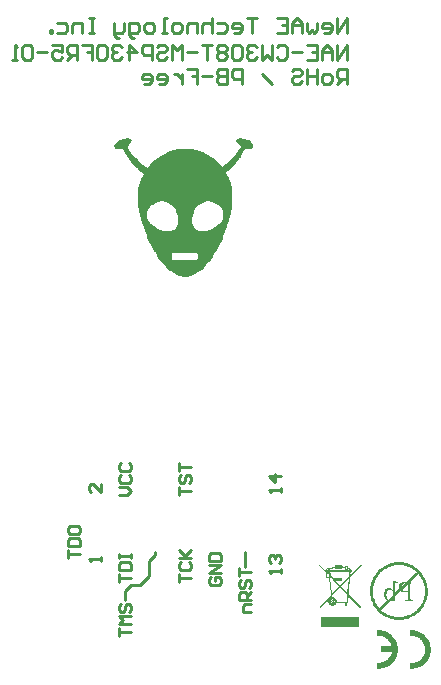
<source format=gbo>
G04 Layer_Color=32896*
%FSLAX25Y25*%
%MOIN*%
G70*
G01*
G75*
%ADD16C,0.01000*%
G36*
X274068Y158562D02*
X274785Y158469D01*
X275456Y158330D01*
X276104Y158145D01*
X276706Y157937D01*
X277261Y157682D01*
X277794Y157428D01*
X278256Y157173D01*
X278696Y156895D01*
X279066Y156641D01*
X279390Y156410D01*
X279668Y156178D01*
X279899Y155993D01*
X280038Y155854D01*
X280154Y155762D01*
X280177Y155738D01*
X280663Y155183D01*
X281102Y154628D01*
X281496Y154049D01*
X281797Y153471D01*
X282074Y152892D01*
X282306Y152314D01*
X282491Y151781D01*
X282653Y151249D01*
X282769Y150763D01*
X282861Y150301D01*
X282907Y149907D01*
X282954Y149560D01*
X282977Y149282D01*
X283000Y149074D01*
Y148935D01*
Y148912D01*
Y148889D01*
X282977Y148149D01*
X282884Y147454D01*
X282746Y146760D01*
X282560Y146135D01*
X282352Y145534D01*
X282098Y144955D01*
X281843Y144446D01*
X281589Y143960D01*
X281334Y143544D01*
X281079Y143150D01*
X280825Y142826D01*
X280617Y142549D01*
X280432Y142340D01*
X280293Y142178D01*
X280200Y142063D01*
X280177Y142040D01*
X279645Y141554D01*
X279066Y141114D01*
X278488Y140721D01*
X277909Y140420D01*
X277331Y140142D01*
X276775Y139911D01*
X276220Y139725D01*
X275688Y139564D01*
X275202Y139448D01*
X274739Y139355D01*
X274346Y139309D01*
X273998Y139263D01*
X273721Y139240D01*
X273513Y139216D01*
X273327D01*
X272587Y139240D01*
X271893Y139332D01*
X271222Y139471D01*
X270574Y139656D01*
X269972Y139864D01*
X269417Y140119D01*
X268885Y140374D01*
X268422Y140628D01*
X267982Y140883D01*
X267612Y141137D01*
X267288Y141392D01*
X267010Y141600D01*
X266779Y141785D01*
X266640Y141924D01*
X266524Y142016D01*
X266501Y142040D01*
X265992Y142595D01*
X265552Y143150D01*
X265182Y143729D01*
X264858Y144307D01*
X264581Y144886D01*
X264349Y145464D01*
X264164Y146020D01*
X264002Y146529D01*
X263886Y147015D01*
X263794Y147477D01*
X263748Y147871D01*
X263701Y148218D01*
X263678Y148496D01*
X263655Y148704D01*
Y148843D01*
Y148889D01*
X263678Y149629D01*
X263771Y150324D01*
X263910Y151018D01*
X264095Y151643D01*
X264303Y152244D01*
X264557Y152823D01*
X264812Y153332D01*
X265067Y153818D01*
X265344Y154258D01*
X265599Y154628D01*
X265830Y154952D01*
X266061Y155229D01*
X266247Y155461D01*
X266386Y155600D01*
X266478Y155715D01*
X266501Y155738D01*
X267033Y156247D01*
X267612Y156687D01*
X268167Y157057D01*
X268769Y157381D01*
X269324Y157659D01*
X269903Y157890D01*
X270458Y158076D01*
X270967Y158238D01*
X271453Y158353D01*
X271916Y158446D01*
X272309Y158492D01*
X272656Y158538D01*
X272934Y158562D01*
X273142Y158585D01*
X273327D01*
X274068Y158562D01*
D02*
G37*
G36*
X261000Y157710D02*
X257089Y153638D01*
X256974Y152527D01*
X256719Y149866D01*
X256534Y147945D01*
X260722Y143618D01*
X260445Y143340D01*
X256488Y147390D01*
X256256Y144914D01*
X256141D01*
Y143965D01*
X255261D01*
Y144914D01*
X252531D01*
X252438Y144729D01*
X252299Y144544D01*
X252114Y144335D01*
X251860Y144150D01*
X251559Y144058D01*
X251281Y144035D01*
X251004D01*
X250795Y144104D01*
X250541Y144196D01*
X250332Y144335D01*
X250170Y144497D01*
X250009Y144729D01*
X249893Y144983D01*
X249823Y145215D01*
X249800Y145423D01*
X249823Y145654D01*
X249870Y145840D01*
X249939Y146025D01*
X250032Y146210D01*
X250147Y146372D01*
X250309Y146534D01*
X250494Y146649D01*
X250656Y146719D01*
X250633Y146927D01*
X247162Y143340D01*
X246885Y143641D01*
X250587Y147482D01*
X250286Y150838D01*
X250078Y153267D01*
X248967D01*
Y154818D01*
X249268D01*
X246445Y157710D01*
X246746Y157988D01*
X249384Y155257D01*
Y155466D01*
X249337Y155512D01*
X249268Y155558D01*
X249199Y155628D01*
X249129Y155697D01*
X249083Y155813D01*
X249060Y155905D01*
X249037Y156021D01*
X249060Y156160D01*
X249106Y156253D01*
X249199Y156414D01*
X249314Y156507D01*
X249476Y156576D01*
X249638Y156600D01*
X249800Y156576D01*
X249939Y156530D01*
X250055Y156461D01*
X250101Y156391D01*
X250217Y156484D01*
X250379Y156600D01*
X250587Y156692D01*
X250888Y156808D01*
X251212Y156900D01*
X251536Y156970D01*
X251883Y157039D01*
X252161Y157062D01*
Y157410D01*
X254382D01*
Y157109D01*
X254567D01*
X254845Y157086D01*
X255146Y157039D01*
X255446Y156993D01*
Y157178D01*
X256395D01*
Y156738D01*
X256511Y156669D01*
X256673Y156600D01*
X256835Y156507D01*
X256974Y156414D01*
X257113Y156299D01*
X257205Y156206D01*
X257251Y156137D01*
X257298Y156044D01*
X257275Y155882D01*
X257830D01*
Y155165D01*
X257228D01*
X257136Y154262D01*
X260722Y157988D01*
X261000Y157710D01*
D02*
G37*
G36*
X260167Y140147D02*
Y140101D01*
Y140008D01*
Y139916D01*
Y139823D01*
Y139731D01*
Y139684D01*
Y139661D01*
Y139291D01*
Y138944D01*
Y138782D01*
Y138666D01*
Y138597D01*
Y138574D01*
Y138157D01*
Y137972D01*
Y137810D01*
Y137671D01*
Y137578D01*
Y137509D01*
Y137486D01*
Y137324D01*
Y137208D01*
Y137116D01*
Y137069D01*
Y137000D01*
X247509D01*
Y137023D01*
Y137069D01*
Y137255D01*
Y137417D01*
Y137463D01*
Y137486D01*
Y137856D01*
Y138203D01*
Y138365D01*
Y138481D01*
Y138550D01*
Y138574D01*
Y138990D01*
Y139175D01*
Y139337D01*
Y139476D01*
Y139568D01*
Y139638D01*
Y139661D01*
Y139823D01*
Y139962D01*
Y140055D01*
Y140101D01*
Y140147D01*
Y140170D01*
X260167D01*
Y140147D01*
D02*
G37*
G36*
X221161Y299693D02*
X222366D01*
Y299392D01*
X222969D01*
Y299091D01*
X223571D01*
Y298790D01*
X223873D01*
Y298488D01*
X224174D01*
Y298187D01*
X224475D01*
Y297886D01*
X224777D01*
Y297584D01*
Y297283D01*
Y296982D01*
Y296680D01*
X224475D01*
Y296379D01*
X222065D01*
Y296078D01*
Y295777D01*
X221764D01*
Y295475D01*
X221462D01*
Y295174D01*
Y294873D01*
X221161D01*
Y294571D01*
Y294270D01*
X220860D01*
Y293969D01*
Y293668D01*
X220558D01*
Y293366D01*
X220257D01*
Y293065D01*
X219956D01*
Y292764D01*
Y292462D01*
X219654D01*
Y292161D01*
X219353D01*
Y291860D01*
X219052D01*
Y291558D01*
Y291257D01*
X218751D01*
Y290956D01*
X218449D01*
Y290655D01*
X218148D01*
Y290353D01*
X217847D01*
Y290052D01*
X217545D01*
Y289751D01*
X217244D01*
Y289449D01*
X216943D01*
Y289148D01*
X216642D01*
Y288847D01*
X216039D01*
Y288545D01*
X215738D01*
Y288244D01*
Y287943D01*
X216039D01*
Y287642D01*
Y287340D01*
X216340D01*
Y287039D01*
Y286738D01*
X216642D01*
Y286436D01*
Y286135D01*
Y285834D01*
X216943D01*
Y285532D01*
Y285231D01*
X217244D01*
Y284930D01*
Y284629D01*
Y284327D01*
Y284026D01*
X217545D01*
Y283725D01*
Y283423D01*
Y283122D01*
Y282821D01*
Y282520D01*
X217847D01*
Y282218D01*
Y281917D01*
Y281616D01*
Y281314D01*
Y281013D01*
Y280712D01*
Y280410D01*
Y280109D01*
Y279808D01*
Y279506D01*
Y279205D01*
Y278904D01*
Y278603D01*
Y278301D01*
Y278000D01*
Y277699D01*
X217545D01*
Y277397D01*
Y277096D01*
Y276795D01*
Y276494D01*
Y276192D01*
Y275891D01*
X217244D01*
Y275590D01*
Y275288D01*
Y274987D01*
Y274686D01*
Y274384D01*
X216943D01*
Y274083D01*
Y273782D01*
Y273481D01*
Y273179D01*
X216642D01*
Y272878D01*
Y272577D01*
Y272275D01*
Y271974D01*
X216340D01*
Y271673D01*
Y271371D01*
Y271070D01*
X216039D01*
Y270769D01*
Y270467D01*
Y270166D01*
Y269865D01*
X215738D01*
Y269564D01*
Y269262D01*
X215436D01*
Y268961D01*
Y268660D01*
Y268358D01*
X215135D01*
Y268057D01*
Y267756D01*
Y267455D01*
X214834D01*
Y267153D01*
Y266852D01*
X214532D01*
Y266551D01*
Y266249D01*
Y265948D01*
X214231D01*
Y265647D01*
Y265346D01*
X213930D01*
Y265044D01*
Y264743D01*
X213629D01*
Y264442D01*
Y264140D01*
X213327D01*
Y263839D01*
Y263538D01*
X213026D01*
Y263236D01*
Y262935D01*
X212725D01*
Y262634D01*
Y262333D01*
X212423D01*
Y262031D01*
X212122D01*
Y261730D01*
Y261429D01*
X211821D01*
Y261127D01*
Y260826D01*
X211520D01*
Y260525D01*
X211218D01*
Y260223D01*
Y259922D01*
X210917D01*
Y259621D01*
X210616D01*
Y259319D01*
Y259018D01*
X210314D01*
Y258717D01*
X210013D01*
Y258416D01*
X209712D01*
Y258114D01*
X209410D01*
Y257813D01*
X209109D01*
Y257512D01*
Y257210D01*
X208808D01*
Y256909D01*
X208506D01*
Y256608D01*
X208205D01*
Y256307D01*
X207904D01*
Y256005D01*
X207301D01*
Y255704D01*
X207000D01*
Y255403D01*
X206699D01*
Y255101D01*
X206096D01*
Y254800D01*
X205795D01*
Y254499D01*
X205192D01*
Y254197D01*
X204288D01*
Y253896D01*
X203384D01*
Y253595D01*
X200974D01*
Y253896D01*
X199769D01*
Y254197D01*
X199166D01*
Y254499D01*
X198564D01*
Y254800D01*
X197961D01*
Y255101D01*
X197660D01*
Y255403D01*
X197057D01*
Y255704D01*
X196756D01*
Y256005D01*
X196455D01*
Y256307D01*
X196153D01*
Y256608D01*
X195852D01*
Y256909D01*
X195551D01*
Y257210D01*
X195249D01*
Y257512D01*
X194948D01*
Y257813D01*
X194647D01*
Y258114D01*
X194345D01*
Y258416D01*
X194044D01*
Y258717D01*
Y259018D01*
X193743D01*
Y259319D01*
X193442D01*
Y259621D01*
X193140D01*
Y259922D01*
Y260223D01*
X192839D01*
Y260525D01*
X192538D01*
Y260826D01*
Y261127D01*
X192236D01*
Y261429D01*
Y261730D01*
X191935D01*
Y262031D01*
X191634D01*
Y262333D01*
Y262634D01*
X191332D01*
Y262935D01*
Y263236D01*
X191031D01*
Y263538D01*
Y263839D01*
X190730D01*
Y264140D01*
Y264442D01*
X190429D01*
Y264743D01*
Y265044D01*
X190127D01*
Y265346D01*
Y265647D01*
X189826D01*
Y265948D01*
Y266249D01*
X189525D01*
Y266551D01*
Y266852D01*
Y267153D01*
X189223D01*
Y267455D01*
Y267756D01*
X188922D01*
Y268057D01*
Y268358D01*
Y268660D01*
X188621D01*
Y268961D01*
Y269262D01*
Y269564D01*
X188320D01*
Y269865D01*
Y270166D01*
Y270467D01*
X188018D01*
Y270769D01*
Y271070D01*
Y271371D01*
X187717D01*
Y271673D01*
Y271974D01*
Y272275D01*
X187416D01*
Y272577D01*
Y272878D01*
Y273179D01*
Y273481D01*
X187114D01*
Y273782D01*
Y274083D01*
Y274384D01*
Y274686D01*
Y274987D01*
X186813D01*
Y275288D01*
Y275590D01*
Y275891D01*
Y276192D01*
Y276494D01*
X186512D01*
Y276795D01*
Y277096D01*
Y277397D01*
Y277699D01*
Y278000D01*
Y278301D01*
Y278603D01*
Y278904D01*
Y279205D01*
X186210D01*
Y279506D01*
Y279808D01*
Y280109D01*
Y280410D01*
Y280712D01*
Y281013D01*
Y281314D01*
X186512D01*
Y281616D01*
Y281917D01*
Y282218D01*
Y282520D01*
Y282821D01*
Y283122D01*
Y283423D01*
X186813D01*
Y283725D01*
Y284026D01*
Y284327D01*
Y284629D01*
X187114D01*
Y284930D01*
Y285231D01*
Y285532D01*
X187416D01*
Y285834D01*
Y286135D01*
Y286436D01*
X187717D01*
Y286738D01*
Y287039D01*
X188018D01*
Y287340D01*
Y287642D01*
X188320D01*
Y287943D01*
X188018D01*
Y288244D01*
X187717D01*
Y288545D01*
X187114D01*
Y288847D01*
X186813D01*
Y289148D01*
X186512D01*
Y289449D01*
X186210D01*
Y289751D01*
X185909D01*
Y290052D01*
X185608D01*
Y290353D01*
X185307D01*
Y290655D01*
X185005D01*
Y290956D01*
X184704D01*
Y291257D01*
X184403D01*
Y291558D01*
X184101D01*
Y291860D01*
Y292161D01*
X183800D01*
Y292462D01*
X183499D01*
Y292764D01*
X183197D01*
Y293065D01*
Y293366D01*
X182896D01*
Y293668D01*
X182595D01*
Y293969D01*
Y294270D01*
X182293D01*
Y294571D01*
X181992D01*
Y294873D01*
Y295174D01*
X181691D01*
Y295475D01*
Y295777D01*
X181390D01*
Y296078D01*
Y296379D01*
X178678D01*
Y296680D01*
Y296982D01*
X178377D01*
Y297283D01*
Y297584D01*
X178678D01*
Y297886D01*
X178979D01*
Y298187D01*
X179280D01*
Y298488D01*
X179582D01*
Y298790D01*
X179883D01*
Y299091D01*
X180486D01*
Y299392D01*
X181088D01*
Y299693D01*
X182293D01*
Y299995D01*
X183499D01*
Y299693D01*
X184101D01*
Y299392D01*
X184403D01*
Y299091D01*
Y298790D01*
X184101D01*
Y298488D01*
Y298187D01*
X183800D01*
Y297886D01*
X183499D01*
Y297584D01*
X183197D01*
Y297283D01*
X182896D01*
Y296982D01*
Y296680D01*
Y296379D01*
X183197D01*
Y296078D01*
X183499D01*
Y295777D01*
Y295475D01*
X183800D01*
Y295174D01*
X184101D01*
Y294873D01*
Y294571D01*
X184403D01*
Y294270D01*
X184704D01*
Y293969D01*
X185005D01*
Y293668D01*
X185307D01*
Y293366D01*
X185608D01*
Y293065D01*
X185909D01*
Y292764D01*
X186210D01*
Y292462D01*
X186512D01*
Y292161D01*
X186813D01*
Y291860D01*
X187114D01*
Y291558D01*
X187416D01*
Y291257D01*
X187717D01*
Y290956D01*
X188320D01*
Y290655D01*
X188621D01*
Y290353D01*
X189223D01*
Y290052D01*
X189826D01*
Y290353D01*
X190127D01*
Y290655D01*
X190429D01*
Y290956D01*
Y291257D01*
X190730D01*
Y291558D01*
X191031D01*
Y291860D01*
X191332D01*
Y292161D01*
X191634D01*
Y292462D01*
X192236D01*
Y292764D01*
X192538D01*
Y293065D01*
X192839D01*
Y293366D01*
X193442D01*
Y293668D01*
X193743D01*
Y293969D01*
X194345D01*
Y294270D01*
X194948D01*
Y294571D01*
X195551D01*
Y294873D01*
X196153D01*
Y295174D01*
X196756D01*
Y295475D01*
X197660D01*
Y295777D01*
X198865D01*
Y296078D01*
X201275D01*
Y296379D01*
X203083D01*
Y296078D01*
X205192D01*
Y295777D01*
X206397D01*
Y295475D01*
X207301D01*
Y295174D01*
X208205D01*
Y294873D01*
X208808D01*
Y294571D01*
X209410D01*
Y294270D01*
X210013D01*
Y293969D01*
X210314D01*
Y293668D01*
X210917D01*
Y293366D01*
X211218D01*
Y293065D01*
X211821D01*
Y292764D01*
X212122D01*
Y292462D01*
X212423D01*
Y292161D01*
X212725D01*
Y291860D01*
X213026D01*
Y291558D01*
X213327D01*
Y291257D01*
X213629D01*
Y290956D01*
X213930D01*
Y290655D01*
X214231D01*
Y290353D01*
X214834D01*
Y290655D01*
X215135D01*
Y290956D01*
X215436D01*
Y291257D01*
X216039D01*
Y291558D01*
X216340D01*
Y291860D01*
X216642D01*
Y292161D01*
X216943D01*
Y292462D01*
X217244D01*
Y292764D01*
X217545D01*
Y293065D01*
X217847D01*
Y293366D01*
X218148D01*
Y293668D01*
X218449D01*
Y293969D01*
X218751D01*
Y294270D01*
X219052D01*
Y294571D01*
Y294873D01*
X219353D01*
Y295174D01*
X219654D01*
Y295475D01*
Y295777D01*
X219956D01*
Y296078D01*
X220257D01*
Y296379D01*
Y296680D01*
X220558D01*
Y296982D01*
Y297283D01*
X220257D01*
Y297584D01*
X219956D01*
Y297886D01*
X219654D01*
Y298187D01*
X219353D01*
Y298488D01*
X219052D01*
Y298790D01*
Y299091D01*
Y299392D01*
X219353D01*
Y299693D01*
X219956D01*
Y299995D01*
X221161D01*
Y299693D01*
D02*
G37*
G36*
X267061Y135866D02*
X267547Y135820D01*
X267987Y135704D01*
X268427Y135588D01*
X268820Y135449D01*
X269214Y135287D01*
X269561Y135125D01*
X269862Y134940D01*
X270162Y134755D01*
X270417Y134593D01*
X270625Y134431D01*
X270810Y134292D01*
X270972Y134177D01*
X271065Y134084D01*
X271134Y134015D01*
X271157Y133992D01*
X271481Y133621D01*
X271782Y133251D01*
X272037Y132881D01*
X272245Y132487D01*
X272430Y132094D01*
X272569Y131724D01*
X272708Y131353D01*
X272800Y131006D01*
X272870Y130683D01*
X272939Y130382D01*
X272962Y130104D01*
X273008Y129873D01*
Y129688D01*
X273032Y129549D01*
Y129456D01*
Y129433D01*
X273008Y128947D01*
X272939Y128484D01*
X272847Y128021D01*
X272731Y127605D01*
X272592Y127188D01*
X272430Y126818D01*
X272268Y126471D01*
X272083Y126147D01*
X271921Y125869D01*
X271759Y125615D01*
X271597Y125407D01*
X271458Y125221D01*
X271319Y125059D01*
X271227Y124967D01*
X271180Y124898D01*
X271157Y124874D01*
X270787Y124550D01*
X270417Y124250D01*
X270023Y123995D01*
X269630Y123787D01*
X269260Y123602D01*
X268866Y123463D01*
X268496Y123324D01*
X268149Y123231D01*
X267825Y123162D01*
X267524Y123093D01*
X267247Y123069D01*
X267015Y123023D01*
X266830D01*
X266691Y123000D01*
X266344D01*
X266136Y123023D01*
X265928D01*
X265951Y124967D01*
X266159Y124944D01*
X266367Y124921D01*
X266576D01*
X266876Y124944D01*
X267154Y124967D01*
X267686Y125083D01*
X268172Y125245D01*
X268589Y125430D01*
X268936Y125592D01*
X269075Y125684D01*
X269190Y125754D01*
X269306Y125823D01*
X269375Y125869D01*
X269399Y125916D01*
X269422D01*
X269838Y126309D01*
X270185Y126749D01*
X270463Y127165D01*
X270671Y127582D01*
X270810Y127929D01*
X270880Y128091D01*
X270926Y128230D01*
X270949Y128322D01*
X270972Y128415D01*
X270995Y128461D01*
Y128484D01*
X267224D01*
Y130405D01*
X270995D01*
X270833Y130960D01*
X270602Y131469D01*
X270347Y131909D01*
X270093Y132279D01*
X269838Y132580D01*
X269630Y132788D01*
X269468Y132927D01*
X269445Y132973D01*
X269422D01*
X269190Y133159D01*
X268936Y133297D01*
X268450Y133552D01*
X267964Y133737D01*
X267524Y133853D01*
X267154Y133922D01*
X266992Y133945D01*
X266853D01*
X266738Y133968D01*
X266344D01*
X266136Y133945D01*
X265974Y133922D01*
X265928D01*
Y135866D01*
X266182Y135889D01*
X266576D01*
X267061Y135866D01*
D02*
G37*
G36*
X278030D02*
X278516Y135820D01*
X278956Y135704D01*
X279395Y135588D01*
X279788Y135449D01*
X280182Y135287D01*
X280529Y135125D01*
X280830Y134940D01*
X281131Y134755D01*
X281385Y134593D01*
X281593Y134431D01*
X281779Y134292D01*
X281941Y134177D01*
X282033Y134084D01*
X282102Y134015D01*
X282126Y133992D01*
X282450Y133621D01*
X282750Y133251D01*
X283005Y132881D01*
X283213Y132487D01*
X283398Y132094D01*
X283537Y131724D01*
X283676Y131353D01*
X283769Y131006D01*
X283838Y130683D01*
X283907Y130382D01*
X283931Y130104D01*
X283977Y129873D01*
Y129688D01*
X284000Y129549D01*
Y129456D01*
Y129433D01*
X283977Y128947D01*
X283907Y128484D01*
X283815Y128021D01*
X283699Y127605D01*
X283560Y127188D01*
X283398Y126818D01*
X283236Y126471D01*
X283051Y126147D01*
X282889Y125869D01*
X282727Y125615D01*
X282565Y125407D01*
X282427Y125221D01*
X282288Y125059D01*
X282195Y124967D01*
X282149Y124898D01*
X282126Y124874D01*
X281755Y124550D01*
X281385Y124250D01*
X280992Y123995D01*
X280598Y123787D01*
X280228Y123602D01*
X279835Y123463D01*
X279465Y123324D01*
X279117Y123231D01*
X278794Y123162D01*
X278493Y123093D01*
X278215Y123069D01*
X277984Y123023D01*
X277799D01*
X277660Y123000D01*
X277312D01*
X277104Y123023D01*
X276896D01*
Y124967D01*
X277127Y124944D01*
X277336Y124921D01*
X277544D01*
X277891Y124944D01*
X278215Y124967D01*
X278539Y125036D01*
X278840Y125129D01*
X279372Y125337D01*
X279835Y125592D01*
X280043Y125707D01*
X280228Y125823D01*
X280367Y125939D01*
X280506Y126031D01*
X280598Y126124D01*
X280668Y126193D01*
X280714Y126216D01*
X280737Y126240D01*
X280969Y126494D01*
X281177Y126772D01*
X281339Y127026D01*
X281501Y127304D01*
X281617Y127582D01*
X281732Y127836D01*
X281894Y128345D01*
X281987Y128785D01*
X282010Y128970D01*
X282033Y129132D01*
X282056Y129248D01*
Y129340D01*
Y129410D01*
Y129433D01*
X282033Y129780D01*
X282010Y130104D01*
X281941Y130428D01*
X281848Y130729D01*
X281640Y131261D01*
X281385Y131724D01*
X281270Y131932D01*
X281154Y132117D01*
X281038Y132256D01*
X280945Y132395D01*
X280853Y132487D01*
X280784Y132557D01*
X280760Y132603D01*
X280737Y132626D01*
X280483Y132858D01*
X280228Y133066D01*
X279950Y133251D01*
X279673Y133413D01*
X279418Y133529D01*
X279141Y133644D01*
X278655Y133806D01*
X278215Y133899D01*
X278007Y133922D01*
X277868Y133945D01*
X277729Y133968D01*
X277312D01*
X277104Y133945D01*
X276942Y133922D01*
X276896D01*
Y135866D01*
X277104Y135889D01*
X277544D01*
X278030Y135866D01*
D02*
G37*
%LPC*%
G36*
X273489Y157613D02*
X273327D01*
X272656Y157590D01*
X272032Y157497D01*
X271407Y157381D01*
X270851Y157219D01*
X270296Y157011D01*
X269787Y156803D01*
X269324Y156571D01*
X268885Y156340D01*
X268514Y156086D01*
X268167Y155854D01*
X267866Y155646D01*
X267635Y155438D01*
X267427Y155276D01*
X267288Y155160D01*
X267195Y155067D01*
X267172Y155044D01*
X266733Y154558D01*
X266339Y154049D01*
X265992Y153540D01*
X265691Y153008D01*
X265460Y152499D01*
X265252Y151990D01*
X265090Y151481D01*
X264951Y151018D01*
X264835Y150578D01*
X264766Y150162D01*
X264696Y149815D01*
X264673Y149491D01*
X264650Y149236D01*
X264627Y149051D01*
Y148935D01*
Y148889D01*
X264650Y148218D01*
X264742Y147593D01*
X264858Y146992D01*
X265020Y146413D01*
X265205Y145858D01*
X265437Y145349D01*
X265668Y144886D01*
X265899Y144469D01*
X266131Y144076D01*
X266362Y143729D01*
X266571Y143428D01*
X266779Y143196D01*
X266840Y143118D01*
X266825Y143104D01*
X266999Y142919D01*
X267056Y142849D01*
X267149Y142757D01*
X267172Y142734D01*
X266999Y142919D01*
X266941Y142988D01*
X266840Y143118D01*
X269509Y145788D01*
X269371Y145881D01*
X269255Y145973D01*
X269162Y146043D01*
X269139Y146066D01*
X268885Y146344D01*
X268700Y146668D01*
X268561Y146968D01*
X268468Y147269D01*
X268422Y147524D01*
X268375Y147732D01*
Y147871D01*
Y147894D01*
Y147917D01*
X268399Y148264D01*
X268445Y148588D01*
X268537Y148843D01*
X268607Y149074D01*
X268700Y149259D01*
X268792Y149375D01*
X268838Y149468D01*
X268862Y149491D01*
X269047Y149676D01*
X269255Y149815D01*
X269440Y149930D01*
X269625Y150000D01*
X269787Y150046D01*
X269903Y150069D01*
X270019D01*
X270296Y150023D01*
X270551Y149930D01*
X270782Y149791D01*
X270967Y149629D01*
X271152Y149468D01*
X271268Y149329D01*
X271361Y149236D01*
X271384Y149190D01*
Y152314D01*
X271592D01*
X272888Y151781D01*
X272818Y151620D01*
X272680Y151666D01*
X272587Y151689D01*
X272494D01*
X272356Y151666D01*
X272333Y151643D01*
X272309D01*
X272263Y151573D01*
X272217Y151504D01*
X272194Y151434D01*
Y151411D01*
Y151319D01*
X272170Y151203D01*
Y150902D01*
Y150740D01*
Y150625D01*
Y150532D01*
Y150509D01*
Y148426D01*
X273304Y149583D01*
X273258Y149815D01*
X273212Y150023D01*
Y150115D01*
Y150162D01*
Y150208D01*
Y150231D01*
X273235Y150439D01*
X273258Y150625D01*
X273327Y150810D01*
X273374Y150948D01*
X273443Y151064D01*
X273513Y151157D01*
X273536Y151203D01*
X273559Y151226D01*
X273698Y151388D01*
X273837Y151504D01*
X273975Y151620D01*
X274114Y151689D01*
X274230Y151758D01*
X274299Y151805D01*
X274369Y151828D01*
X274392D01*
X274600Y151897D01*
X274808Y151944D01*
X275040Y151967D01*
X275248Y151990D01*
X275433Y152013D01*
X275734D01*
X279136Y155391D01*
X279483Y155044D01*
X279737Y154790D01*
X279622Y154929D01*
X279529Y155021D01*
X279506Y155044D01*
X279020Y155507D01*
X278511Y155900D01*
X277979Y156224D01*
X277446Y156525D01*
X276937Y156780D01*
X276428Y156988D01*
X275919Y157150D01*
X275456Y157289D01*
X275017Y157404D01*
X274600Y157474D01*
X274253Y157543D01*
X273929Y157566D01*
X273675Y157590D01*
X273489Y157613D01*
D02*
G37*
G36*
X279737Y154790D02*
X279798Y154712D01*
X277099Y152013D01*
X278094D01*
Y151828D01*
X277840D01*
X277608Y151805D01*
X277446Y151735D01*
X277331Y151643D01*
X277308Y151620D01*
X277261Y151550D01*
X277215Y151458D01*
X277192Y151203D01*
X277169Y151087D01*
Y150972D01*
Y150902D01*
Y150879D01*
Y146737D01*
Y146552D01*
X277192Y146390D01*
Y146274D01*
X277215Y146182D01*
X277238Y146112D01*
Y146066D01*
X277261Y146043D01*
X277331Y145950D01*
X277423Y145904D01*
X277608Y145811D01*
X277770Y145788D01*
X278094D01*
Y145603D01*
X275341D01*
Y145788D01*
X275595D01*
X275827Y145811D01*
X275989Y145881D01*
X276081Y145950D01*
X276127Y145973D01*
X276174Y146043D01*
X276197Y146159D01*
X276243Y146413D01*
X276266Y146529D01*
Y146644D01*
Y146714D01*
Y146737D01*
Y148588D01*
X276035Y148542D01*
X275850Y148519D01*
X275734Y148496D01*
X275688D01*
X275480Y148472D01*
X275179D01*
X274901Y148496D01*
X274646Y148519D01*
X274438Y148588D01*
X274253Y148658D01*
X274091Y148704D01*
X273998Y148773D01*
X273929Y148796D01*
X273906Y148820D01*
X272170Y147061D01*
Y146020D01*
X271870Y145835D01*
X271615Y145719D01*
X271499Y145673D01*
X271430Y145626D01*
X271384Y145603D01*
X271361D01*
X271083Y145534D01*
X270851Y145487D01*
X270736Y145464D01*
X270574D01*
X267525Y142415D01*
X267658Y142294D01*
X268167Y141901D01*
X268676Y141554D01*
X269209Y141253D01*
X269718Y141021D01*
X270227Y140813D01*
X270736Y140651D01*
X271199Y140512D01*
X271638Y140397D01*
X272055Y140327D01*
X272402Y140258D01*
X272726Y140235D01*
X272980Y140211D01*
X273165Y140188D01*
X273327D01*
X273998Y140211D01*
X274623Y140304D01*
X275248Y140420D01*
X275803Y140582D01*
X276359Y140790D01*
X276868Y140998D01*
X277331Y141230D01*
X277770Y141461D01*
X278164Y141692D01*
X278511Y141924D01*
X278788Y142155D01*
X279043Y142340D01*
X279251Y142502D01*
X279390Y142618D01*
X279483Y142711D01*
X279506Y142734D01*
X279945Y143220D01*
X280339Y143729D01*
X280686Y144238D01*
X280987Y144770D01*
X281218Y145279D01*
X281427Y145811D01*
X281589Y146297D01*
X281727Y146760D01*
X281843Y147200D01*
X281912Y147616D01*
X281982Y147963D01*
X282005Y148287D01*
X282028Y148542D01*
X282051Y148727D01*
Y148843D01*
Y148889D01*
X282028Y149560D01*
X281936Y150185D01*
X281820Y150810D01*
X281658Y151365D01*
X281450Y151920D01*
X281241Y152429D01*
X281010Y152892D01*
X280779Y153332D01*
X280547Y153702D01*
X280316Y154049D01*
X280084Y154350D01*
X279899Y154581D01*
X279798Y154712D01*
X279807Y154720D01*
X279737Y154790D01*
D02*
G37*
G36*
X267172Y142734D02*
X267519Y142410D01*
X267525Y142415D01*
X267172Y142734D01*
D02*
G37*
G36*
X270435Y149375D02*
X270389D01*
X270227Y149352D01*
X270065Y149305D01*
X269787Y149167D01*
X269694Y149074D01*
X269625Y149005D01*
X269579Y148958D01*
X269556Y148935D01*
X269440Y148750D01*
X269347Y148542D01*
X269278Y148334D01*
X269232Y148125D01*
X269209Y147940D01*
X269185Y147801D01*
Y147709D01*
Y147663D01*
X269209Y147339D01*
X269232Y147061D01*
X269301Y146829D01*
X269371Y146644D01*
X269440Y146482D01*
X269486Y146390D01*
X269532Y146320D01*
X269556Y146297D01*
X269625Y146182D01*
X269694Y146112D01*
X269764Y146066D01*
X269787Y146043D01*
X271384Y147639D01*
Y148889D01*
X271176Y149074D01*
X271037Y149190D01*
X270921Y149236D01*
X270898Y149259D01*
X270713Y149329D01*
X270551Y149352D01*
X270435Y149375D01*
D02*
G37*
G36*
X275318Y151596D02*
X275179Y151550D01*
X275063Y151504D01*
X274970Y151458D01*
X274947Y151434D01*
X274739Y151272D01*
X274600Y151110D01*
X274484Y150972D01*
X274461Y150925D01*
Y150902D01*
X274392Y150786D01*
X274369Y150694D01*
X274346Y150648D01*
Y150625D01*
X275318Y151596D01*
D02*
G37*
G36*
X276266Y151157D02*
X274484Y149375D01*
X274531Y149282D01*
X274600Y149213D01*
X274623Y149190D01*
X274646Y149167D01*
X274785Y149028D01*
X274924Y148935D01*
X275063Y148866D01*
X275202Y148820D01*
X275318Y148796D01*
X275410Y148773D01*
X275595D01*
X275711Y148796D01*
X275827D01*
X275965Y148820D01*
X276104Y148843D01*
X276220Y148866D01*
X276266D01*
Y151157D01*
D02*
G37*
G36*
X253757Y150190D02*
X251004Y147344D01*
X251050Y146835D01*
X251235Y146858D01*
X251443Y146835D01*
X251698Y146765D01*
X251952Y146649D01*
X252137Y146511D01*
X252299Y146349D01*
X252461Y146117D01*
X252577Y145840D01*
X252646Y145539D01*
X252623Y145330D01*
X255886D01*
X256118Y147760D01*
X253757Y150190D01*
D02*
G37*
G36*
X251351Y146140D02*
X251235D01*
X251004Y146117D01*
X250841Y146025D01*
X250703Y145932D01*
X250633Y145793D01*
X250587Y145677D01*
X250541Y145562D01*
Y145469D01*
Y145446D01*
X250564Y145215D01*
X250656Y145053D01*
X250749Y144914D01*
X250888Y144844D01*
X251004Y144798D01*
X251119Y144775D01*
X251212Y144752D01*
X251235D01*
X251466Y144775D01*
X251628Y144868D01*
X251767Y144983D01*
X251837Y145099D01*
X251883Y145238D01*
X251906Y145330D01*
X251929Y145423D01*
Y145446D01*
X251906Y145677D01*
X251813Y145840D01*
X251698Y145978D01*
X251582Y146048D01*
X251443Y146094D01*
X251351Y146140D01*
D02*
G37*
G36*
X255747Y144914D02*
X255655D01*
Y144359D01*
X255747D01*
Y144914D01*
D02*
G37*
G36*
X254382Y156692D02*
Y156391D01*
X252161D01*
Y156646D01*
X251698Y156576D01*
X251281Y156484D01*
X250934Y156391D01*
X250656Y156253D01*
X250448Y156137D01*
X250286Y155975D01*
Y155882D01*
X255446D01*
Y156553D01*
X255122Y156623D01*
X254775Y156669D01*
X254382Y156692D01*
D02*
G37*
G36*
X256002Y156785D02*
X255840D01*
Y156253D01*
X256002D01*
Y156785D01*
D02*
G37*
G36*
X256395Y156276D02*
Y155882D01*
X256881D01*
Y155952D01*
X256765Y156067D01*
X256627Y156160D01*
X256395Y156276D01*
D02*
G37*
G36*
X253965Y157016D02*
X252554D01*
Y156785D01*
X253965D01*
Y157016D01*
D02*
G37*
G36*
X249685Y156206D02*
X249661D01*
X249546Y156183D01*
X249476Y156114D01*
X249453Y156021D01*
Y155998D01*
X249476Y155882D01*
X249546Y155836D01*
X249638Y155813D01*
X249661D01*
X249777Y155836D01*
X249823Y155905D01*
X249847Y155975D01*
Y155998D01*
X249823Y156114D01*
X249754Y156183D01*
X249685Y156206D01*
D02*
G37*
G36*
X256627Y153175D02*
X254035Y150491D01*
X256164Y148292D01*
X256627Y153175D01*
D02*
G37*
G36*
X250541Y153499D02*
Y153267D01*
X250494D01*
X250957Y147876D01*
X253480Y150491D01*
X251860Y152157D01*
X251513D01*
Y152504D01*
X250541Y153499D01*
D02*
G37*
G36*
X256812Y155165D02*
X250332D01*
X250379Y154818D01*
X250541D01*
Y154077D01*
X251513Y153082D01*
X254428D01*
Y152157D01*
X252415D01*
X253757Y150768D01*
X256696Y153823D01*
X256812Y155165D01*
D02*
G37*
G36*
X250147Y154424D02*
X249384D01*
Y153661D01*
X250147D01*
Y154424D01*
D02*
G37*
G36*
X254035Y152689D02*
X251952D01*
Y152550D01*
X254035D01*
Y152689D01*
D02*
G37*
%LPD*%
G36*
X251397Y145886D02*
X251513Y145840D01*
X251582Y145770D01*
X251628Y145677D01*
X251698Y145516D01*
Y145469D01*
Y145446D01*
X251675Y145284D01*
X251628Y145168D01*
X251559Y145099D01*
X251466Y145053D01*
X251304Y144983D01*
X251235D01*
X251073Y145006D01*
X250957Y145053D01*
X250888Y145122D01*
X250818Y145215D01*
X250772Y145377D01*
Y145423D01*
Y145446D01*
X250795Y145608D01*
X250841Y145724D01*
X250911Y145793D01*
X251004Y145863D01*
X251166Y145909D01*
X251235D01*
X251397Y145886D01*
D02*
G37*
%LPC*%
G36*
X251258Y145516D02*
X251189D01*
X251166Y145492D01*
Y145469D01*
Y145446D01*
Y145400D01*
X251189Y145377D01*
X251235D01*
X251281Y145400D01*
X251304Y145423D01*
Y145446D01*
X251281Y145492D01*
X251258Y145516D01*
D02*
G37*
G36*
X210314Y278904D02*
X209109D01*
Y278603D01*
X208205D01*
Y278301D01*
X207603D01*
Y278000D01*
X207000D01*
Y277699D01*
X206699D01*
Y277397D01*
X206397D01*
Y277096D01*
X206096D01*
Y276795D01*
X205795D01*
Y276494D01*
X205493D01*
Y276192D01*
Y275891D01*
X205192D01*
Y275590D01*
Y275288D01*
X204891D01*
Y274987D01*
Y274686D01*
X204590D01*
Y274384D01*
Y274083D01*
Y273782D01*
Y273481D01*
X204288D01*
Y273179D01*
Y272878D01*
Y272577D01*
Y272275D01*
Y271974D01*
Y271673D01*
Y271371D01*
Y271070D01*
X204590D01*
Y270769D01*
Y270467D01*
X204891D01*
Y270166D01*
X205192D01*
Y269865D01*
X205493D01*
Y269564D01*
X205795D01*
Y269262D01*
X206397D01*
Y268961D01*
X209712D01*
Y269262D01*
X210616D01*
Y269564D01*
X211218D01*
Y269865D01*
X211821D01*
Y270166D01*
X212423D01*
Y270467D01*
X212725D01*
Y270769D01*
X213026D01*
Y271070D01*
X213327D01*
Y271371D01*
X213629D01*
Y271673D01*
X213930D01*
Y271974D01*
X214231D01*
Y272275D01*
Y272577D01*
X214532D01*
Y272878D01*
Y273179D01*
Y273481D01*
X214834D01*
Y273782D01*
Y274083D01*
Y274384D01*
Y274686D01*
Y274987D01*
X214532D01*
Y275288D01*
Y275590D01*
Y275891D01*
X214231D01*
Y276192D01*
Y276494D01*
X213930D01*
Y276795D01*
X213629D01*
Y277096D01*
X213327D01*
Y277397D01*
X213026D01*
Y277699D01*
X212725D01*
Y278000D01*
X212122D01*
Y278301D01*
X211520D01*
Y278603D01*
X210314D01*
Y278904D01*
D02*
G37*
G36*
X194948D02*
X193743D01*
Y278603D01*
X192538D01*
Y278301D01*
X191935D01*
Y278000D01*
X191634D01*
Y277699D01*
X191031D01*
Y277397D01*
X190730D01*
Y277096D01*
X190429D01*
Y276795D01*
Y276494D01*
X190127D01*
Y276192D01*
X189826D01*
Y275891D01*
Y275590D01*
X189525D01*
Y275288D01*
Y274987D01*
Y274686D01*
Y274384D01*
Y274083D01*
Y273782D01*
Y273481D01*
Y273179D01*
Y272878D01*
X189826D01*
Y272577D01*
Y272275D01*
X190127D01*
Y271974D01*
X190429D01*
Y271673D01*
Y271371D01*
X190730D01*
Y271070D01*
X191031D01*
Y270769D01*
X191332D01*
Y270467D01*
X191935D01*
Y270166D01*
X192236D01*
Y269865D01*
X192839D01*
Y269564D01*
X193442D01*
Y269262D01*
X194345D01*
Y268961D01*
X197660D01*
Y269262D01*
X198564D01*
Y269564D01*
X198865D01*
Y269865D01*
X199166D01*
Y270166D01*
X199468D01*
Y270467D01*
Y270769D01*
X199769D01*
Y271070D01*
Y271371D01*
Y271673D01*
Y271974D01*
Y272275D01*
Y272577D01*
Y272878D01*
Y273179D01*
Y273481D01*
Y273782D01*
Y274083D01*
X199468D01*
Y274384D01*
Y274686D01*
Y274987D01*
X199166D01*
Y275288D01*
Y275590D01*
X198865D01*
Y275891D01*
Y276192D01*
X198564D01*
Y276494D01*
X198262D01*
Y276795D01*
X197961D01*
Y277096D01*
X197660D01*
Y277397D01*
X197358D01*
Y277699D01*
X197057D01*
Y278000D01*
X196756D01*
Y278301D01*
X196153D01*
Y278603D01*
X194948D01*
Y278904D01*
D02*
G37*
G36*
X206096Y261429D02*
X197660D01*
Y261127D01*
Y260826D01*
Y260525D01*
Y260223D01*
Y259922D01*
Y259621D01*
Y259319D01*
X206096D01*
Y259621D01*
X206397D01*
Y259922D01*
Y260223D01*
Y260525D01*
Y260826D01*
Y261127D01*
X206096D01*
Y261429D01*
D02*
G37*
%LPD*%
D16*
X192000Y161000D02*
Y162000D01*
X190000Y159000D02*
X192000Y161000D01*
X190000Y154000D02*
Y159000D01*
X187000Y151000D02*
X190000Y154000D01*
X184000Y151000D02*
X187000D01*
X182000Y149000D02*
X184000Y151000D01*
X182000Y146000D02*
Y149000D01*
X222000Y157000D02*
Y162000D01*
X180001Y134000D02*
Y136666D01*
Y135333D01*
X184000D01*
Y137999D02*
X180001D01*
X181334Y139332D01*
X180001Y140665D01*
X184000D01*
X180668Y144663D02*
X180001Y143997D01*
Y142664D01*
X180668Y141997D01*
X181334D01*
X182001Y142664D01*
Y143997D01*
X182667Y144663D01*
X183334D01*
X184000Y143997D01*
Y142664D01*
X183334Y141997D01*
X224000Y142000D02*
X221334D01*
Y143999D01*
X222001Y144666D01*
X224000D01*
Y145999D02*
X220001D01*
Y147998D01*
X220668Y148664D01*
X222001D01*
X222667Y147998D01*
Y145999D01*
Y147332D02*
X224000Y148664D01*
X220668Y152663D02*
X220001Y151997D01*
Y150664D01*
X220668Y149997D01*
X221334D01*
X222001Y150664D01*
Y151997D01*
X222667Y152663D01*
X223334D01*
X224000Y151997D01*
Y150664D01*
X223334Y149997D01*
X220001Y153996D02*
Y156662D01*
Y155329D01*
X224000D01*
X180001Y181000D02*
X182667D01*
X184000Y182333D01*
X182667Y183666D01*
X180001D01*
X180668Y187664D02*
X180001Y186998D01*
Y185665D01*
X180668Y184999D01*
X183334D01*
X184000Y185665D01*
Y186998D01*
X183334Y187664D01*
X180668Y191663D02*
X180001Y190997D01*
Y189664D01*
X180668Y188997D01*
X183334D01*
X184000Y189664D01*
Y190997D01*
X183334Y191663D01*
X200001Y181000D02*
Y183666D01*
Y182333D01*
X204000D01*
X200668Y187664D02*
X200001Y186998D01*
Y185665D01*
X200668Y184999D01*
X201334D01*
X202001Y185665D01*
Y186998D01*
X202667Y187664D01*
X203333D01*
X204000Y186998D01*
Y185665D01*
X203333Y184999D01*
X200001Y188997D02*
Y191663D01*
Y190330D01*
X204000D01*
X210668Y153666D02*
X210001Y152999D01*
Y151666D01*
X210668Y151000D01*
X213334D01*
X214000Y151666D01*
Y152999D01*
X213334Y153666D01*
X212001D01*
Y152333D01*
X214000Y154999D02*
X210001D01*
X214000Y157665D01*
X210001D01*
Y158997D02*
X214000D01*
Y160997D01*
X213334Y161663D01*
X210668D01*
X210001Y160997D01*
Y158997D01*
X200001Y152000D02*
Y154666D01*
Y153333D01*
X204000D01*
X200668Y158665D02*
X200001Y157998D01*
Y156665D01*
X200668Y155999D01*
X203333D01*
X204000Y156665D01*
Y157998D01*
X203333Y158665D01*
X200001Y159997D02*
X204000D01*
X202667D01*
X200001Y162663D01*
X202001Y160664D01*
X204000Y162663D01*
X180001Y152000D02*
Y154666D01*
Y153333D01*
X184000D01*
X180001Y155999D02*
X184000D01*
Y157998D01*
X183334Y158665D01*
X180668D01*
X180001Y157998D01*
Y155999D01*
Y159997D02*
Y161330D01*
Y160664D01*
X184000D01*
Y159997D01*
Y161330D01*
X163001Y160000D02*
Y162666D01*
Y161333D01*
X167000D01*
X163001Y163999D02*
X167000D01*
Y165998D01*
X166333Y166665D01*
X163668D01*
X163001Y165998D01*
Y163999D01*
Y169997D02*
Y168664D01*
X163668Y167997D01*
X166333D01*
X167000Y168664D01*
Y169997D01*
X166333Y170663D01*
X163668D01*
X163001Y169997D01*
X234000Y182000D02*
Y183333D01*
Y182667D01*
X230001D01*
X230668Y182000D01*
X234000Y187332D02*
X230001D01*
X232001Y185332D01*
Y187998D01*
X234000Y155000D02*
Y156333D01*
Y155666D01*
X230001D01*
X230668Y155000D01*
Y158332D02*
X230001Y158999D01*
Y160332D01*
X230668Y160998D01*
X231334D01*
X232001Y160332D01*
Y159665D01*
Y160332D01*
X232667Y160998D01*
X233334D01*
X234000Y160332D01*
Y158999D01*
X233334Y158332D01*
X174000Y184666D02*
Y182000D01*
X171334Y184666D01*
X170668D01*
X170001Y183999D01*
Y182667D01*
X170668Y182000D01*
X174000Y159000D02*
Y160333D01*
Y159667D01*
X170001D01*
X170668Y159000D01*
X256000Y335000D02*
Y339998D01*
X252668Y335000D01*
Y339998D01*
X248502Y335000D02*
X250169D01*
X251002Y335833D01*
Y337499D01*
X250169Y338332D01*
X248502D01*
X247669Y337499D01*
Y336666D01*
X251002D01*
X246003Y338332D02*
Y335833D01*
X245170Y335000D01*
X244337Y335833D01*
X243504Y335000D01*
X242671Y335833D01*
Y338332D01*
X241005Y335000D02*
Y338332D01*
X239339Y339998D01*
X237673Y338332D01*
Y335000D01*
Y337499D01*
X241005D01*
X232674Y339998D02*
X236006D01*
Y335000D01*
X232674D01*
X236006Y337499D02*
X234340D01*
X226010Y339998D02*
X222677D01*
X224344D01*
Y335000D01*
X218512D02*
X220178D01*
X221011Y335833D01*
Y337499D01*
X220178Y338332D01*
X218512D01*
X217679Y337499D01*
Y336666D01*
X221011D01*
X212681Y338332D02*
X215180D01*
X216013Y337499D01*
Y335833D01*
X215180Y335000D01*
X212681D01*
X211015Y339998D02*
Y335000D01*
Y337499D01*
X210181Y338332D01*
X208515D01*
X207682Y337499D01*
Y335000D01*
X206016D02*
Y338332D01*
X203517D01*
X202684Y337499D01*
Y335000D01*
X200185D02*
X198519D01*
X197686Y335833D01*
Y337499D01*
X198519Y338332D01*
X200185D01*
X201018Y337499D01*
Y335833D01*
X200185Y335000D01*
X196019D02*
X194353D01*
X195186D01*
Y339998D01*
X196019D01*
X191021Y335000D02*
X189355D01*
X188522Y335833D01*
Y337499D01*
X189355Y338332D01*
X191021D01*
X191854Y337499D01*
Y335833D01*
X191021Y335000D01*
X185190Y333334D02*
X184356D01*
X183523Y334167D01*
Y338332D01*
X186023D01*
X186856Y337499D01*
Y335833D01*
X186023Y335000D01*
X183523D01*
X181857Y338332D02*
Y335833D01*
X181024Y335000D01*
X178525D01*
Y334167D01*
X179358Y333334D01*
X180191D01*
X178525Y335000D02*
Y338332D01*
X171861Y339998D02*
X170194D01*
X171028D01*
Y335000D01*
X171861D01*
X170194D01*
X167695D02*
Y338332D01*
X165196D01*
X164363Y337499D01*
Y335000D01*
X159365Y338332D02*
X161864D01*
X162697Y337499D01*
Y335833D01*
X161864Y335000D01*
X159365D01*
X157699D02*
Y335833D01*
X156866D01*
Y335000D01*
X157699D01*
X256000Y326000D02*
Y330998D01*
X252668Y326000D01*
Y330998D01*
X251002Y326000D02*
Y329332D01*
X249336Y330998D01*
X247669Y329332D01*
Y326000D01*
Y328499D01*
X251002D01*
X242671Y330998D02*
X246003D01*
Y326000D01*
X242671D01*
X246003Y328499D02*
X244337D01*
X241005D02*
X237673D01*
X232674Y330165D02*
X233507Y330998D01*
X235173D01*
X236006Y330165D01*
Y326833D01*
X235173Y326000D01*
X233507D01*
X232674Y326833D01*
X231008Y330998D02*
Y326000D01*
X229342Y327666D01*
X227676Y326000D01*
Y330998D01*
X226010Y330165D02*
X225177Y330998D01*
X223511D01*
X222677Y330165D01*
Y329332D01*
X223511Y328499D01*
X224344D01*
X223511D01*
X222677Y327666D01*
Y326833D01*
X223511Y326000D01*
X225177D01*
X226010Y326833D01*
X221011Y330165D02*
X220178Y330998D01*
X218512D01*
X217679Y330165D01*
Y326833D01*
X218512Y326000D01*
X220178D01*
X221011Y326833D01*
Y330165D01*
X216013D02*
X215180Y330998D01*
X213514D01*
X212681Y330165D01*
Y329332D01*
X213514Y328499D01*
X212681Y327666D01*
Y326833D01*
X213514Y326000D01*
X215180D01*
X216013Y326833D01*
Y327666D01*
X215180Y328499D01*
X216013Y329332D01*
Y330165D01*
X215180Y328499D02*
X213514D01*
X211015Y330998D02*
X207682D01*
X209349D01*
Y326000D01*
X206016Y328499D02*
X202684D01*
X201018Y326000D02*
Y330998D01*
X199352Y329332D01*
X197686Y330998D01*
Y326000D01*
X192687Y330165D02*
X193520Y330998D01*
X195186D01*
X196019Y330165D01*
Y329332D01*
X195186Y328499D01*
X193520D01*
X192687Y327666D01*
Y326833D01*
X193520Y326000D01*
X195186D01*
X196019Y326833D01*
X191021Y326000D02*
Y330998D01*
X188522D01*
X187689Y330165D01*
Y328499D01*
X188522Y327666D01*
X191021D01*
X183523Y326000D02*
Y330998D01*
X186023Y328499D01*
X182690D01*
X181024Y330165D02*
X180191Y330998D01*
X178525D01*
X177692Y330165D01*
Y329332D01*
X178525Y328499D01*
X179358D01*
X178525D01*
X177692Y327666D01*
Y326833D01*
X178525Y326000D01*
X180191D01*
X181024Y326833D01*
X176026Y330165D02*
X175193Y330998D01*
X173527D01*
X172694Y330165D01*
Y326833D01*
X173527Y326000D01*
X175193D01*
X176026Y326833D01*
Y330165D01*
X167695Y330998D02*
X171028D01*
Y328499D01*
X169361D01*
X171028D01*
Y326000D01*
X166029D02*
Y330998D01*
X163530D01*
X162697Y330165D01*
Y328499D01*
X163530Y327666D01*
X166029D01*
X164363D02*
X162697Y326000D01*
X157699Y330998D02*
X161031D01*
Y328499D01*
X159365Y329332D01*
X158532D01*
X157699Y328499D01*
Y326833D01*
X158532Y326000D01*
X160198D01*
X161031Y326833D01*
X156032Y328499D02*
X152700D01*
X151034Y330165D02*
X150201Y330998D01*
X148535D01*
X147702Y330165D01*
Y326833D01*
X148535Y326000D01*
X150201D01*
X151034Y326833D01*
Y330165D01*
X146036Y326000D02*
X144369D01*
X145203D01*
Y330998D01*
X146036Y330165D01*
X256000Y318000D02*
Y322998D01*
X253501D01*
X252668Y322165D01*
Y320499D01*
X253501Y319666D01*
X256000D01*
X254334D02*
X252668Y318000D01*
X250169D02*
X248502D01*
X247669Y318833D01*
Y320499D01*
X248502Y321332D01*
X250169D01*
X251002Y320499D01*
Y318833D01*
X250169Y318000D01*
X246003Y322998D02*
Y318000D01*
Y320499D01*
X242671D01*
Y322998D01*
Y318000D01*
X237673Y322165D02*
X238506Y322998D01*
X240172D01*
X241005Y322165D01*
Y321332D01*
X240172Y320499D01*
X238506D01*
X237673Y319666D01*
Y318833D01*
X238506Y318000D01*
X240172D01*
X241005Y318833D01*
X231008Y318000D02*
X227676Y321332D01*
X221011Y318000D02*
Y322998D01*
X218512D01*
X217679Y322165D01*
Y320499D01*
X218512Y319666D01*
X221011D01*
X216013Y322998D02*
Y318000D01*
X213514D01*
X212681Y318833D01*
Y319666D01*
X213514Y320499D01*
X216013D01*
X213514D01*
X212681Y321332D01*
Y322165D01*
X213514Y322998D01*
X216013D01*
X211015Y320499D02*
X207682D01*
X202684Y322998D02*
X206016D01*
Y320499D01*
X204350D01*
X206016D01*
Y318000D01*
X201018Y321332D02*
Y318000D01*
Y319666D01*
X200185Y320499D01*
X199352Y321332D01*
X198519D01*
X193520Y318000D02*
X195186D01*
X196019Y318833D01*
Y320499D01*
X195186Y321332D01*
X193520D01*
X192687Y320499D01*
Y319666D01*
X196019D01*
X188522Y318000D02*
X190188D01*
X191021Y318833D01*
Y320499D01*
X190188Y321332D01*
X188522D01*
X187689Y320499D01*
Y319666D01*
X191021D01*
M02*

</source>
